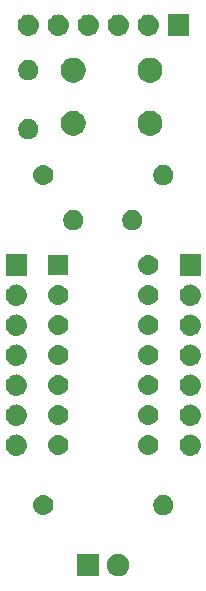
<source format=gbs>
G04 #@! TF.GenerationSoftware,KiCad,Pcbnew,5.0.2+dfsg1-1~bpo9+1*
G04 #@! TF.CreationDate,2019-06-18T09:36:45+01:00*
G04 #@! TF.ProjectId,t84opti,7438346f-7074-4692-9e6b-696361645f70,rev?*
G04 #@! TF.SameCoordinates,Original*
G04 #@! TF.FileFunction,Soldermask,Bot*
G04 #@! TF.FilePolarity,Negative*
%FSLAX46Y46*%
G04 Gerber Fmt 4.6, Leading zero omitted, Abs format (unit mm)*
G04 Created by KiCad (PCBNEW 5.0.2+dfsg1-1~bpo9+1) date Tue 18 Jun 2019 09:36:45 IST*
%MOMM*%
%LPD*%
G01*
G04 APERTURE LIST*
%ADD10C,0.100000*%
G04 APERTURE END LIST*
D10*
G36*
X141247396Y-77825546D02*
X141420466Y-77897234D01*
X141576230Y-78001312D01*
X141708688Y-78133770D01*
X141812766Y-78289534D01*
X141884454Y-78462604D01*
X141921000Y-78646333D01*
X141921000Y-78833667D01*
X141884454Y-79017396D01*
X141812766Y-79190466D01*
X141708688Y-79346230D01*
X141576230Y-79478688D01*
X141420466Y-79582766D01*
X141247396Y-79654454D01*
X141063667Y-79691000D01*
X140876333Y-79691000D01*
X140692604Y-79654454D01*
X140519534Y-79582766D01*
X140363770Y-79478688D01*
X140231312Y-79346230D01*
X140127234Y-79190466D01*
X140055546Y-79017396D01*
X140019000Y-78833667D01*
X140019000Y-78646333D01*
X140055546Y-78462604D01*
X140127234Y-78289534D01*
X140231312Y-78133770D01*
X140363770Y-78001312D01*
X140519534Y-77897234D01*
X140692604Y-77825546D01*
X140876333Y-77789000D01*
X141063667Y-77789000D01*
X141247396Y-77825546D01*
X141247396Y-77825546D01*
G37*
G36*
X139381000Y-79691000D02*
X137479000Y-79691000D01*
X137479000Y-77789000D01*
X139381000Y-77789000D01*
X139381000Y-79691000D01*
X139381000Y-79691000D01*
G37*
G36*
X145028228Y-72841703D02*
X145183100Y-72905853D01*
X145322481Y-72998985D01*
X145441015Y-73117519D01*
X145534147Y-73256900D01*
X145598297Y-73411772D01*
X145631000Y-73576184D01*
X145631000Y-73743816D01*
X145598297Y-73908228D01*
X145534147Y-74063100D01*
X145441015Y-74202481D01*
X145322481Y-74321015D01*
X145183100Y-74414147D01*
X145028228Y-74478297D01*
X144863816Y-74511000D01*
X144696184Y-74511000D01*
X144531772Y-74478297D01*
X144376900Y-74414147D01*
X144237519Y-74321015D01*
X144118985Y-74202481D01*
X144025853Y-74063100D01*
X143961703Y-73908228D01*
X143929000Y-73743816D01*
X143929000Y-73576184D01*
X143961703Y-73411772D01*
X144025853Y-73256900D01*
X144118985Y-73117519D01*
X144237519Y-72998985D01*
X144376900Y-72905853D01*
X144531772Y-72841703D01*
X144696184Y-72809000D01*
X144863816Y-72809000D01*
X145028228Y-72841703D01*
X145028228Y-72841703D01*
G37*
G36*
X134786821Y-72821313D02*
X134786824Y-72821314D01*
X134786825Y-72821314D01*
X134947239Y-72869975D01*
X134947241Y-72869976D01*
X134947244Y-72869977D01*
X135095078Y-72948995D01*
X135224659Y-73055341D01*
X135331005Y-73184922D01*
X135410023Y-73332756D01*
X135410024Y-73332759D01*
X135410025Y-73332761D01*
X135458686Y-73493175D01*
X135458687Y-73493179D01*
X135475117Y-73660000D01*
X135458687Y-73826821D01*
X135458686Y-73826824D01*
X135458686Y-73826825D01*
X135433993Y-73908228D01*
X135410023Y-73987244D01*
X135331005Y-74135078D01*
X135224659Y-74264659D01*
X135095078Y-74371005D01*
X134947244Y-74450023D01*
X134947241Y-74450024D01*
X134947239Y-74450025D01*
X134786825Y-74498686D01*
X134786824Y-74498686D01*
X134786821Y-74498687D01*
X134661804Y-74511000D01*
X134578196Y-74511000D01*
X134453179Y-74498687D01*
X134453176Y-74498686D01*
X134453175Y-74498686D01*
X134292761Y-74450025D01*
X134292759Y-74450024D01*
X134292756Y-74450023D01*
X134144922Y-74371005D01*
X134015341Y-74264659D01*
X133908995Y-74135078D01*
X133829977Y-73987244D01*
X133806008Y-73908228D01*
X133781314Y-73826825D01*
X133781314Y-73826824D01*
X133781313Y-73826821D01*
X133764883Y-73660000D01*
X133781313Y-73493179D01*
X133781314Y-73493175D01*
X133829975Y-73332761D01*
X133829976Y-73332759D01*
X133829977Y-73332756D01*
X133908995Y-73184922D01*
X134015341Y-73055341D01*
X134144922Y-72948995D01*
X134292756Y-72869977D01*
X134292759Y-72869976D01*
X134292761Y-72869975D01*
X134453175Y-72821314D01*
X134453176Y-72821314D01*
X134453179Y-72821313D01*
X134578196Y-72809000D01*
X134661804Y-72809000D01*
X134786821Y-72821313D01*
X134786821Y-72821313D01*
G37*
G36*
X132444443Y-67685519D02*
X132510627Y-67692037D01*
X132623853Y-67726384D01*
X132680467Y-67743557D01*
X132767311Y-67789977D01*
X132836991Y-67827222D01*
X132872729Y-67856552D01*
X132974186Y-67939814D01*
X133057448Y-68041271D01*
X133086778Y-68077009D01*
X133086779Y-68077011D01*
X133170443Y-68233533D01*
X133187616Y-68290147D01*
X133221963Y-68403373D01*
X133239359Y-68580000D01*
X133221963Y-68756627D01*
X133187616Y-68869853D01*
X133170443Y-68926467D01*
X133101698Y-69055078D01*
X133086778Y-69082991D01*
X133057448Y-69118729D01*
X132974186Y-69220186D01*
X132872729Y-69303448D01*
X132836991Y-69332778D01*
X132836989Y-69332779D01*
X132680467Y-69416443D01*
X132673069Y-69418687D01*
X132510627Y-69467963D01*
X132444442Y-69474482D01*
X132378260Y-69481000D01*
X132289740Y-69481000D01*
X132223558Y-69474482D01*
X132157373Y-69467963D01*
X131994931Y-69418687D01*
X131987533Y-69416443D01*
X131831011Y-69332779D01*
X131831009Y-69332778D01*
X131795271Y-69303448D01*
X131693814Y-69220186D01*
X131610552Y-69118729D01*
X131581222Y-69082991D01*
X131566302Y-69055078D01*
X131497557Y-68926467D01*
X131480384Y-68869853D01*
X131446037Y-68756627D01*
X131428641Y-68580000D01*
X131446037Y-68403373D01*
X131480384Y-68290147D01*
X131497557Y-68233533D01*
X131581221Y-68077011D01*
X131581222Y-68077009D01*
X131610552Y-68041271D01*
X131693814Y-67939814D01*
X131795271Y-67856552D01*
X131831009Y-67827222D01*
X131900689Y-67789977D01*
X131987533Y-67743557D01*
X132044147Y-67726384D01*
X132157373Y-67692037D01*
X132223557Y-67685519D01*
X132289740Y-67679000D01*
X132378260Y-67679000D01*
X132444443Y-67685519D01*
X132444443Y-67685519D01*
G37*
G36*
X147176443Y-67685519D02*
X147242627Y-67692037D01*
X147355853Y-67726384D01*
X147412467Y-67743557D01*
X147499311Y-67789977D01*
X147568991Y-67827222D01*
X147604729Y-67856552D01*
X147706186Y-67939814D01*
X147789448Y-68041271D01*
X147818778Y-68077009D01*
X147818779Y-68077011D01*
X147902443Y-68233533D01*
X147919616Y-68290147D01*
X147953963Y-68403373D01*
X147971359Y-68580000D01*
X147953963Y-68756627D01*
X147919616Y-68869853D01*
X147902443Y-68926467D01*
X147833698Y-69055078D01*
X147818778Y-69082991D01*
X147789448Y-69118729D01*
X147706186Y-69220186D01*
X147604729Y-69303448D01*
X147568991Y-69332778D01*
X147568989Y-69332779D01*
X147412467Y-69416443D01*
X147405069Y-69418687D01*
X147242627Y-69467963D01*
X147176442Y-69474482D01*
X147110260Y-69481000D01*
X147021740Y-69481000D01*
X146955558Y-69474482D01*
X146889373Y-69467963D01*
X146726931Y-69418687D01*
X146719533Y-69416443D01*
X146563011Y-69332779D01*
X146563009Y-69332778D01*
X146527271Y-69303448D01*
X146425814Y-69220186D01*
X146342552Y-69118729D01*
X146313222Y-69082991D01*
X146298302Y-69055078D01*
X146229557Y-68926467D01*
X146212384Y-68869853D01*
X146178037Y-68756627D01*
X146160641Y-68580000D01*
X146178037Y-68403373D01*
X146212384Y-68290147D01*
X146229557Y-68233533D01*
X146313221Y-68077011D01*
X146313222Y-68077009D01*
X146342552Y-68041271D01*
X146425814Y-67939814D01*
X146527271Y-67856552D01*
X146563009Y-67827222D01*
X146632689Y-67789977D01*
X146719533Y-67743557D01*
X146776147Y-67726384D01*
X146889373Y-67692037D01*
X146955557Y-67685519D01*
X147021740Y-67679000D01*
X147110260Y-67679000D01*
X147176443Y-67685519D01*
X147176443Y-67685519D01*
G37*
G36*
X136056821Y-67741313D02*
X136056824Y-67741314D01*
X136056825Y-67741314D01*
X136217239Y-67789975D01*
X136217241Y-67789976D01*
X136217244Y-67789977D01*
X136365078Y-67868995D01*
X136494659Y-67975341D01*
X136601005Y-68104922D01*
X136680023Y-68252756D01*
X136680024Y-68252759D01*
X136680025Y-68252761D01*
X136725713Y-68403375D01*
X136728687Y-68413179D01*
X136745117Y-68580000D01*
X136728687Y-68746821D01*
X136728686Y-68746824D01*
X136728686Y-68746825D01*
X136725713Y-68756627D01*
X136680023Y-68907244D01*
X136601005Y-69055078D01*
X136494659Y-69184659D01*
X136365078Y-69291005D01*
X136217244Y-69370023D01*
X136217241Y-69370024D01*
X136217239Y-69370025D01*
X136056825Y-69418686D01*
X136056824Y-69418686D01*
X136056821Y-69418687D01*
X135931804Y-69431000D01*
X135848196Y-69431000D01*
X135723179Y-69418687D01*
X135723176Y-69418686D01*
X135723175Y-69418686D01*
X135562761Y-69370025D01*
X135562759Y-69370024D01*
X135562756Y-69370023D01*
X135414922Y-69291005D01*
X135285341Y-69184659D01*
X135178995Y-69055078D01*
X135099977Y-68907244D01*
X135054288Y-68756627D01*
X135051314Y-68746825D01*
X135051314Y-68746824D01*
X135051313Y-68746821D01*
X135034883Y-68580000D01*
X135051313Y-68413179D01*
X135054287Y-68403375D01*
X135099975Y-68252761D01*
X135099976Y-68252759D01*
X135099977Y-68252756D01*
X135178995Y-68104922D01*
X135285341Y-67975341D01*
X135414922Y-67868995D01*
X135562756Y-67789977D01*
X135562759Y-67789976D01*
X135562761Y-67789975D01*
X135723175Y-67741314D01*
X135723176Y-67741314D01*
X135723179Y-67741313D01*
X135848196Y-67729000D01*
X135931804Y-67729000D01*
X136056821Y-67741313D01*
X136056821Y-67741313D01*
G37*
G36*
X143676821Y-67741313D02*
X143676824Y-67741314D01*
X143676825Y-67741314D01*
X143837239Y-67789975D01*
X143837241Y-67789976D01*
X143837244Y-67789977D01*
X143985078Y-67868995D01*
X144114659Y-67975341D01*
X144221005Y-68104922D01*
X144300023Y-68252756D01*
X144300024Y-68252759D01*
X144300025Y-68252761D01*
X144345713Y-68403375D01*
X144348687Y-68413179D01*
X144365117Y-68580000D01*
X144348687Y-68746821D01*
X144348686Y-68746824D01*
X144348686Y-68746825D01*
X144345713Y-68756627D01*
X144300023Y-68907244D01*
X144221005Y-69055078D01*
X144114659Y-69184659D01*
X143985078Y-69291005D01*
X143837244Y-69370023D01*
X143837241Y-69370024D01*
X143837239Y-69370025D01*
X143676825Y-69418686D01*
X143676824Y-69418686D01*
X143676821Y-69418687D01*
X143551804Y-69431000D01*
X143468196Y-69431000D01*
X143343179Y-69418687D01*
X143343176Y-69418686D01*
X143343175Y-69418686D01*
X143182761Y-69370025D01*
X143182759Y-69370024D01*
X143182756Y-69370023D01*
X143034922Y-69291005D01*
X142905341Y-69184659D01*
X142798995Y-69055078D01*
X142719977Y-68907244D01*
X142674288Y-68756627D01*
X142671314Y-68746825D01*
X142671314Y-68746824D01*
X142671313Y-68746821D01*
X142654883Y-68580000D01*
X142671313Y-68413179D01*
X142674287Y-68403375D01*
X142719975Y-68252761D01*
X142719976Y-68252759D01*
X142719977Y-68252756D01*
X142798995Y-68104922D01*
X142905341Y-67975341D01*
X143034922Y-67868995D01*
X143182756Y-67789977D01*
X143182759Y-67789976D01*
X143182761Y-67789975D01*
X143343175Y-67741314D01*
X143343176Y-67741314D01*
X143343179Y-67741313D01*
X143468196Y-67729000D01*
X143551804Y-67729000D01*
X143676821Y-67741313D01*
X143676821Y-67741313D01*
G37*
G36*
X147176442Y-65145518D02*
X147242627Y-65152037D01*
X147355853Y-65186384D01*
X147412467Y-65203557D01*
X147499311Y-65249977D01*
X147568991Y-65287222D01*
X147604729Y-65316552D01*
X147706186Y-65399814D01*
X147789448Y-65501271D01*
X147818778Y-65537009D01*
X147818779Y-65537011D01*
X147902443Y-65693533D01*
X147919616Y-65750147D01*
X147953963Y-65863373D01*
X147971359Y-66040000D01*
X147953963Y-66216627D01*
X147919616Y-66329853D01*
X147902443Y-66386467D01*
X147833698Y-66515078D01*
X147818778Y-66542991D01*
X147789448Y-66578729D01*
X147706186Y-66680186D01*
X147604729Y-66763448D01*
X147568991Y-66792778D01*
X147568989Y-66792779D01*
X147412467Y-66876443D01*
X147405069Y-66878687D01*
X147242627Y-66927963D01*
X147176442Y-66934482D01*
X147110260Y-66941000D01*
X147021740Y-66941000D01*
X146955558Y-66934482D01*
X146889373Y-66927963D01*
X146726931Y-66878687D01*
X146719533Y-66876443D01*
X146563011Y-66792779D01*
X146563009Y-66792778D01*
X146527271Y-66763448D01*
X146425814Y-66680186D01*
X146342552Y-66578729D01*
X146313222Y-66542991D01*
X146298302Y-66515078D01*
X146229557Y-66386467D01*
X146212384Y-66329853D01*
X146178037Y-66216627D01*
X146160641Y-66040000D01*
X146178037Y-65863373D01*
X146212384Y-65750147D01*
X146229557Y-65693533D01*
X146313221Y-65537011D01*
X146313222Y-65537009D01*
X146342552Y-65501271D01*
X146425814Y-65399814D01*
X146527271Y-65316552D01*
X146563009Y-65287222D01*
X146632689Y-65249977D01*
X146719533Y-65203557D01*
X146776147Y-65186384D01*
X146889373Y-65152037D01*
X146955558Y-65145518D01*
X147021740Y-65139000D01*
X147110260Y-65139000D01*
X147176442Y-65145518D01*
X147176442Y-65145518D01*
G37*
G36*
X132444442Y-65145518D02*
X132510627Y-65152037D01*
X132623853Y-65186384D01*
X132680467Y-65203557D01*
X132767311Y-65249977D01*
X132836991Y-65287222D01*
X132872729Y-65316552D01*
X132974186Y-65399814D01*
X133057448Y-65501271D01*
X133086778Y-65537009D01*
X133086779Y-65537011D01*
X133170443Y-65693533D01*
X133187616Y-65750147D01*
X133221963Y-65863373D01*
X133239359Y-66040000D01*
X133221963Y-66216627D01*
X133187616Y-66329853D01*
X133170443Y-66386467D01*
X133101698Y-66515078D01*
X133086778Y-66542991D01*
X133057448Y-66578729D01*
X132974186Y-66680186D01*
X132872729Y-66763448D01*
X132836991Y-66792778D01*
X132836989Y-66792779D01*
X132680467Y-66876443D01*
X132673069Y-66878687D01*
X132510627Y-66927963D01*
X132444442Y-66934482D01*
X132378260Y-66941000D01*
X132289740Y-66941000D01*
X132223558Y-66934482D01*
X132157373Y-66927963D01*
X131994931Y-66878687D01*
X131987533Y-66876443D01*
X131831011Y-66792779D01*
X131831009Y-66792778D01*
X131795271Y-66763448D01*
X131693814Y-66680186D01*
X131610552Y-66578729D01*
X131581222Y-66542991D01*
X131566302Y-66515078D01*
X131497557Y-66386467D01*
X131480384Y-66329853D01*
X131446037Y-66216627D01*
X131428641Y-66040000D01*
X131446037Y-65863373D01*
X131480384Y-65750147D01*
X131497557Y-65693533D01*
X131581221Y-65537011D01*
X131581222Y-65537009D01*
X131610552Y-65501271D01*
X131693814Y-65399814D01*
X131795271Y-65316552D01*
X131831009Y-65287222D01*
X131900689Y-65249977D01*
X131987533Y-65203557D01*
X132044147Y-65186384D01*
X132157373Y-65152037D01*
X132223558Y-65145518D01*
X132289740Y-65139000D01*
X132378260Y-65139000D01*
X132444442Y-65145518D01*
X132444442Y-65145518D01*
G37*
G36*
X136056821Y-65201313D02*
X136056824Y-65201314D01*
X136056825Y-65201314D01*
X136217239Y-65249975D01*
X136217241Y-65249976D01*
X136217244Y-65249977D01*
X136365078Y-65328995D01*
X136494659Y-65435341D01*
X136601005Y-65564922D01*
X136680023Y-65712756D01*
X136680024Y-65712759D01*
X136680025Y-65712761D01*
X136725713Y-65863375D01*
X136728687Y-65873179D01*
X136745117Y-66040000D01*
X136728687Y-66206821D01*
X136728686Y-66206824D01*
X136728686Y-66206825D01*
X136725713Y-66216627D01*
X136680023Y-66367244D01*
X136601005Y-66515078D01*
X136494659Y-66644659D01*
X136365078Y-66751005D01*
X136217244Y-66830023D01*
X136217241Y-66830024D01*
X136217239Y-66830025D01*
X136056825Y-66878686D01*
X136056824Y-66878686D01*
X136056821Y-66878687D01*
X135931804Y-66891000D01*
X135848196Y-66891000D01*
X135723179Y-66878687D01*
X135723176Y-66878686D01*
X135723175Y-66878686D01*
X135562761Y-66830025D01*
X135562759Y-66830024D01*
X135562756Y-66830023D01*
X135414922Y-66751005D01*
X135285341Y-66644659D01*
X135178995Y-66515078D01*
X135099977Y-66367244D01*
X135054288Y-66216627D01*
X135051314Y-66206825D01*
X135051314Y-66206824D01*
X135051313Y-66206821D01*
X135034883Y-66040000D01*
X135051313Y-65873179D01*
X135054287Y-65863375D01*
X135099975Y-65712761D01*
X135099976Y-65712759D01*
X135099977Y-65712756D01*
X135178995Y-65564922D01*
X135285341Y-65435341D01*
X135414922Y-65328995D01*
X135562756Y-65249977D01*
X135562759Y-65249976D01*
X135562761Y-65249975D01*
X135723175Y-65201314D01*
X135723176Y-65201314D01*
X135723179Y-65201313D01*
X135848196Y-65189000D01*
X135931804Y-65189000D01*
X136056821Y-65201313D01*
X136056821Y-65201313D01*
G37*
G36*
X143676821Y-65201313D02*
X143676824Y-65201314D01*
X143676825Y-65201314D01*
X143837239Y-65249975D01*
X143837241Y-65249976D01*
X143837244Y-65249977D01*
X143985078Y-65328995D01*
X144114659Y-65435341D01*
X144221005Y-65564922D01*
X144300023Y-65712756D01*
X144300024Y-65712759D01*
X144300025Y-65712761D01*
X144345713Y-65863375D01*
X144348687Y-65873179D01*
X144365117Y-66040000D01*
X144348687Y-66206821D01*
X144348686Y-66206824D01*
X144348686Y-66206825D01*
X144345713Y-66216627D01*
X144300023Y-66367244D01*
X144221005Y-66515078D01*
X144114659Y-66644659D01*
X143985078Y-66751005D01*
X143837244Y-66830023D01*
X143837241Y-66830024D01*
X143837239Y-66830025D01*
X143676825Y-66878686D01*
X143676824Y-66878686D01*
X143676821Y-66878687D01*
X143551804Y-66891000D01*
X143468196Y-66891000D01*
X143343179Y-66878687D01*
X143343176Y-66878686D01*
X143343175Y-66878686D01*
X143182761Y-66830025D01*
X143182759Y-66830024D01*
X143182756Y-66830023D01*
X143034922Y-66751005D01*
X142905341Y-66644659D01*
X142798995Y-66515078D01*
X142719977Y-66367244D01*
X142674288Y-66216627D01*
X142671314Y-66206825D01*
X142671314Y-66206824D01*
X142671313Y-66206821D01*
X142654883Y-66040000D01*
X142671313Y-65873179D01*
X142674287Y-65863375D01*
X142719975Y-65712761D01*
X142719976Y-65712759D01*
X142719977Y-65712756D01*
X142798995Y-65564922D01*
X142905341Y-65435341D01*
X143034922Y-65328995D01*
X143182756Y-65249977D01*
X143182759Y-65249976D01*
X143182761Y-65249975D01*
X143343175Y-65201314D01*
X143343176Y-65201314D01*
X143343179Y-65201313D01*
X143468196Y-65189000D01*
X143551804Y-65189000D01*
X143676821Y-65201313D01*
X143676821Y-65201313D01*
G37*
G36*
X147176442Y-62605518D02*
X147242627Y-62612037D01*
X147355853Y-62646384D01*
X147412467Y-62663557D01*
X147499311Y-62709977D01*
X147568991Y-62747222D01*
X147604729Y-62776552D01*
X147706186Y-62859814D01*
X147789448Y-62961271D01*
X147818778Y-62997009D01*
X147818779Y-62997011D01*
X147902443Y-63153533D01*
X147919616Y-63210147D01*
X147953963Y-63323373D01*
X147971359Y-63500000D01*
X147953963Y-63676627D01*
X147919616Y-63789853D01*
X147902443Y-63846467D01*
X147833698Y-63975078D01*
X147818778Y-64002991D01*
X147789448Y-64038729D01*
X147706186Y-64140186D01*
X147604729Y-64223448D01*
X147568991Y-64252778D01*
X147568989Y-64252779D01*
X147412467Y-64336443D01*
X147405069Y-64338687D01*
X147242627Y-64387963D01*
X147176442Y-64394482D01*
X147110260Y-64401000D01*
X147021740Y-64401000D01*
X146955558Y-64394482D01*
X146889373Y-64387963D01*
X146726931Y-64338687D01*
X146719533Y-64336443D01*
X146563011Y-64252779D01*
X146563009Y-64252778D01*
X146527271Y-64223448D01*
X146425814Y-64140186D01*
X146342552Y-64038729D01*
X146313222Y-64002991D01*
X146298302Y-63975078D01*
X146229557Y-63846467D01*
X146212384Y-63789853D01*
X146178037Y-63676627D01*
X146160641Y-63500000D01*
X146178037Y-63323373D01*
X146212384Y-63210147D01*
X146229557Y-63153533D01*
X146313221Y-62997011D01*
X146313222Y-62997009D01*
X146342552Y-62961271D01*
X146425814Y-62859814D01*
X146527271Y-62776552D01*
X146563009Y-62747222D01*
X146632689Y-62709977D01*
X146719533Y-62663557D01*
X146776147Y-62646384D01*
X146889373Y-62612037D01*
X146955558Y-62605518D01*
X147021740Y-62599000D01*
X147110260Y-62599000D01*
X147176442Y-62605518D01*
X147176442Y-62605518D01*
G37*
G36*
X132444442Y-62605518D02*
X132510627Y-62612037D01*
X132623853Y-62646384D01*
X132680467Y-62663557D01*
X132767311Y-62709977D01*
X132836991Y-62747222D01*
X132872729Y-62776552D01*
X132974186Y-62859814D01*
X133057448Y-62961271D01*
X133086778Y-62997009D01*
X133086779Y-62997011D01*
X133170443Y-63153533D01*
X133187616Y-63210147D01*
X133221963Y-63323373D01*
X133239359Y-63500000D01*
X133221963Y-63676627D01*
X133187616Y-63789853D01*
X133170443Y-63846467D01*
X133101698Y-63975078D01*
X133086778Y-64002991D01*
X133057448Y-64038729D01*
X132974186Y-64140186D01*
X132872729Y-64223448D01*
X132836991Y-64252778D01*
X132836989Y-64252779D01*
X132680467Y-64336443D01*
X132673069Y-64338687D01*
X132510627Y-64387963D01*
X132444442Y-64394482D01*
X132378260Y-64401000D01*
X132289740Y-64401000D01*
X132223558Y-64394482D01*
X132157373Y-64387963D01*
X131994931Y-64338687D01*
X131987533Y-64336443D01*
X131831011Y-64252779D01*
X131831009Y-64252778D01*
X131795271Y-64223448D01*
X131693814Y-64140186D01*
X131610552Y-64038729D01*
X131581222Y-64002991D01*
X131566302Y-63975078D01*
X131497557Y-63846467D01*
X131480384Y-63789853D01*
X131446037Y-63676627D01*
X131428641Y-63500000D01*
X131446037Y-63323373D01*
X131480384Y-63210147D01*
X131497557Y-63153533D01*
X131581221Y-62997011D01*
X131581222Y-62997009D01*
X131610552Y-62961271D01*
X131693814Y-62859814D01*
X131795271Y-62776552D01*
X131831009Y-62747222D01*
X131900689Y-62709977D01*
X131987533Y-62663557D01*
X132044147Y-62646384D01*
X132157373Y-62612037D01*
X132223558Y-62605518D01*
X132289740Y-62599000D01*
X132378260Y-62599000D01*
X132444442Y-62605518D01*
X132444442Y-62605518D01*
G37*
G36*
X143676821Y-62661313D02*
X143676824Y-62661314D01*
X143676825Y-62661314D01*
X143837239Y-62709975D01*
X143837241Y-62709976D01*
X143837244Y-62709977D01*
X143985078Y-62788995D01*
X144114659Y-62895341D01*
X144221005Y-63024922D01*
X144300023Y-63172756D01*
X144300024Y-63172759D01*
X144300025Y-63172761D01*
X144345713Y-63323375D01*
X144348687Y-63333179D01*
X144365117Y-63500000D01*
X144348687Y-63666821D01*
X144348686Y-63666824D01*
X144348686Y-63666825D01*
X144345713Y-63676627D01*
X144300023Y-63827244D01*
X144221005Y-63975078D01*
X144114659Y-64104659D01*
X143985078Y-64211005D01*
X143837244Y-64290023D01*
X143837241Y-64290024D01*
X143837239Y-64290025D01*
X143676825Y-64338686D01*
X143676824Y-64338686D01*
X143676821Y-64338687D01*
X143551804Y-64351000D01*
X143468196Y-64351000D01*
X143343179Y-64338687D01*
X143343176Y-64338686D01*
X143343175Y-64338686D01*
X143182761Y-64290025D01*
X143182759Y-64290024D01*
X143182756Y-64290023D01*
X143034922Y-64211005D01*
X142905341Y-64104659D01*
X142798995Y-63975078D01*
X142719977Y-63827244D01*
X142674288Y-63676627D01*
X142671314Y-63666825D01*
X142671314Y-63666824D01*
X142671313Y-63666821D01*
X142654883Y-63500000D01*
X142671313Y-63333179D01*
X142674287Y-63323375D01*
X142719975Y-63172761D01*
X142719976Y-63172759D01*
X142719977Y-63172756D01*
X142798995Y-63024922D01*
X142905341Y-62895341D01*
X143034922Y-62788995D01*
X143182756Y-62709977D01*
X143182759Y-62709976D01*
X143182761Y-62709975D01*
X143343175Y-62661314D01*
X143343176Y-62661314D01*
X143343179Y-62661313D01*
X143468196Y-62649000D01*
X143551804Y-62649000D01*
X143676821Y-62661313D01*
X143676821Y-62661313D01*
G37*
G36*
X136056821Y-62661313D02*
X136056824Y-62661314D01*
X136056825Y-62661314D01*
X136217239Y-62709975D01*
X136217241Y-62709976D01*
X136217244Y-62709977D01*
X136365078Y-62788995D01*
X136494659Y-62895341D01*
X136601005Y-63024922D01*
X136680023Y-63172756D01*
X136680024Y-63172759D01*
X136680025Y-63172761D01*
X136725713Y-63323375D01*
X136728687Y-63333179D01*
X136745117Y-63500000D01*
X136728687Y-63666821D01*
X136728686Y-63666824D01*
X136728686Y-63666825D01*
X136725713Y-63676627D01*
X136680023Y-63827244D01*
X136601005Y-63975078D01*
X136494659Y-64104659D01*
X136365078Y-64211005D01*
X136217244Y-64290023D01*
X136217241Y-64290024D01*
X136217239Y-64290025D01*
X136056825Y-64338686D01*
X136056824Y-64338686D01*
X136056821Y-64338687D01*
X135931804Y-64351000D01*
X135848196Y-64351000D01*
X135723179Y-64338687D01*
X135723176Y-64338686D01*
X135723175Y-64338686D01*
X135562761Y-64290025D01*
X135562759Y-64290024D01*
X135562756Y-64290023D01*
X135414922Y-64211005D01*
X135285341Y-64104659D01*
X135178995Y-63975078D01*
X135099977Y-63827244D01*
X135054288Y-63676627D01*
X135051314Y-63666825D01*
X135051314Y-63666824D01*
X135051313Y-63666821D01*
X135034883Y-63500000D01*
X135051313Y-63333179D01*
X135054287Y-63323375D01*
X135099975Y-63172761D01*
X135099976Y-63172759D01*
X135099977Y-63172756D01*
X135178995Y-63024922D01*
X135285341Y-62895341D01*
X135414922Y-62788995D01*
X135562756Y-62709977D01*
X135562759Y-62709976D01*
X135562761Y-62709975D01*
X135723175Y-62661314D01*
X135723176Y-62661314D01*
X135723179Y-62661313D01*
X135848196Y-62649000D01*
X135931804Y-62649000D01*
X136056821Y-62661313D01*
X136056821Y-62661313D01*
G37*
G36*
X147176442Y-60065518D02*
X147242627Y-60072037D01*
X147355853Y-60106384D01*
X147412467Y-60123557D01*
X147499311Y-60169977D01*
X147568991Y-60207222D01*
X147604729Y-60236552D01*
X147706186Y-60319814D01*
X147789448Y-60421271D01*
X147818778Y-60457009D01*
X147818779Y-60457011D01*
X147902443Y-60613533D01*
X147919616Y-60670147D01*
X147953963Y-60783373D01*
X147971359Y-60960000D01*
X147953963Y-61136627D01*
X147919616Y-61249853D01*
X147902443Y-61306467D01*
X147833698Y-61435078D01*
X147818778Y-61462991D01*
X147789448Y-61498729D01*
X147706186Y-61600186D01*
X147604729Y-61683448D01*
X147568991Y-61712778D01*
X147568989Y-61712779D01*
X147412467Y-61796443D01*
X147405069Y-61798687D01*
X147242627Y-61847963D01*
X147176443Y-61854481D01*
X147110260Y-61861000D01*
X147021740Y-61861000D01*
X146955557Y-61854481D01*
X146889373Y-61847963D01*
X146726931Y-61798687D01*
X146719533Y-61796443D01*
X146563011Y-61712779D01*
X146563009Y-61712778D01*
X146527271Y-61683448D01*
X146425814Y-61600186D01*
X146342552Y-61498729D01*
X146313222Y-61462991D01*
X146298302Y-61435078D01*
X146229557Y-61306467D01*
X146212384Y-61249853D01*
X146178037Y-61136627D01*
X146160641Y-60960000D01*
X146178037Y-60783373D01*
X146212384Y-60670147D01*
X146229557Y-60613533D01*
X146313221Y-60457011D01*
X146313222Y-60457009D01*
X146342552Y-60421271D01*
X146425814Y-60319814D01*
X146527271Y-60236552D01*
X146563009Y-60207222D01*
X146632689Y-60169977D01*
X146719533Y-60123557D01*
X146776147Y-60106384D01*
X146889373Y-60072037D01*
X146955558Y-60065518D01*
X147021740Y-60059000D01*
X147110260Y-60059000D01*
X147176442Y-60065518D01*
X147176442Y-60065518D01*
G37*
G36*
X132444442Y-60065518D02*
X132510627Y-60072037D01*
X132623853Y-60106384D01*
X132680467Y-60123557D01*
X132767311Y-60169977D01*
X132836991Y-60207222D01*
X132872729Y-60236552D01*
X132974186Y-60319814D01*
X133057448Y-60421271D01*
X133086778Y-60457009D01*
X133086779Y-60457011D01*
X133170443Y-60613533D01*
X133187616Y-60670147D01*
X133221963Y-60783373D01*
X133239359Y-60960000D01*
X133221963Y-61136627D01*
X133187616Y-61249853D01*
X133170443Y-61306467D01*
X133101698Y-61435078D01*
X133086778Y-61462991D01*
X133057448Y-61498729D01*
X132974186Y-61600186D01*
X132872729Y-61683448D01*
X132836991Y-61712778D01*
X132836989Y-61712779D01*
X132680467Y-61796443D01*
X132673069Y-61798687D01*
X132510627Y-61847963D01*
X132444443Y-61854481D01*
X132378260Y-61861000D01*
X132289740Y-61861000D01*
X132223557Y-61854481D01*
X132157373Y-61847963D01*
X131994931Y-61798687D01*
X131987533Y-61796443D01*
X131831011Y-61712779D01*
X131831009Y-61712778D01*
X131795271Y-61683448D01*
X131693814Y-61600186D01*
X131610552Y-61498729D01*
X131581222Y-61462991D01*
X131566302Y-61435078D01*
X131497557Y-61306467D01*
X131480384Y-61249853D01*
X131446037Y-61136627D01*
X131428641Y-60960000D01*
X131446037Y-60783373D01*
X131480384Y-60670147D01*
X131497557Y-60613533D01*
X131581221Y-60457011D01*
X131581222Y-60457009D01*
X131610552Y-60421271D01*
X131693814Y-60319814D01*
X131795271Y-60236552D01*
X131831009Y-60207222D01*
X131900689Y-60169977D01*
X131987533Y-60123557D01*
X132044147Y-60106384D01*
X132157373Y-60072037D01*
X132223558Y-60065518D01*
X132289740Y-60059000D01*
X132378260Y-60059000D01*
X132444442Y-60065518D01*
X132444442Y-60065518D01*
G37*
G36*
X143676821Y-60121313D02*
X143676824Y-60121314D01*
X143676825Y-60121314D01*
X143837239Y-60169975D01*
X143837241Y-60169976D01*
X143837244Y-60169977D01*
X143985078Y-60248995D01*
X144114659Y-60355341D01*
X144221005Y-60484922D01*
X144300023Y-60632756D01*
X144300024Y-60632759D01*
X144300025Y-60632761D01*
X144345713Y-60783375D01*
X144348687Y-60793179D01*
X144365117Y-60960000D01*
X144348687Y-61126821D01*
X144348686Y-61126824D01*
X144348686Y-61126825D01*
X144345713Y-61136627D01*
X144300023Y-61287244D01*
X144221005Y-61435078D01*
X144114659Y-61564659D01*
X143985078Y-61671005D01*
X143837244Y-61750023D01*
X143837241Y-61750024D01*
X143837239Y-61750025D01*
X143676825Y-61798686D01*
X143676824Y-61798686D01*
X143676821Y-61798687D01*
X143551804Y-61811000D01*
X143468196Y-61811000D01*
X143343179Y-61798687D01*
X143343176Y-61798686D01*
X143343175Y-61798686D01*
X143182761Y-61750025D01*
X143182759Y-61750024D01*
X143182756Y-61750023D01*
X143034922Y-61671005D01*
X142905341Y-61564659D01*
X142798995Y-61435078D01*
X142719977Y-61287244D01*
X142674288Y-61136627D01*
X142671314Y-61126825D01*
X142671314Y-61126824D01*
X142671313Y-61126821D01*
X142654883Y-60960000D01*
X142671313Y-60793179D01*
X142674287Y-60783375D01*
X142719975Y-60632761D01*
X142719976Y-60632759D01*
X142719977Y-60632756D01*
X142798995Y-60484922D01*
X142905341Y-60355341D01*
X143034922Y-60248995D01*
X143182756Y-60169977D01*
X143182759Y-60169976D01*
X143182761Y-60169975D01*
X143343175Y-60121314D01*
X143343176Y-60121314D01*
X143343179Y-60121313D01*
X143468196Y-60109000D01*
X143551804Y-60109000D01*
X143676821Y-60121313D01*
X143676821Y-60121313D01*
G37*
G36*
X136056821Y-60121313D02*
X136056824Y-60121314D01*
X136056825Y-60121314D01*
X136217239Y-60169975D01*
X136217241Y-60169976D01*
X136217244Y-60169977D01*
X136365078Y-60248995D01*
X136494659Y-60355341D01*
X136601005Y-60484922D01*
X136680023Y-60632756D01*
X136680024Y-60632759D01*
X136680025Y-60632761D01*
X136725713Y-60783375D01*
X136728687Y-60793179D01*
X136745117Y-60960000D01*
X136728687Y-61126821D01*
X136728686Y-61126824D01*
X136728686Y-61126825D01*
X136725713Y-61136627D01*
X136680023Y-61287244D01*
X136601005Y-61435078D01*
X136494659Y-61564659D01*
X136365078Y-61671005D01*
X136217244Y-61750023D01*
X136217241Y-61750024D01*
X136217239Y-61750025D01*
X136056825Y-61798686D01*
X136056824Y-61798686D01*
X136056821Y-61798687D01*
X135931804Y-61811000D01*
X135848196Y-61811000D01*
X135723179Y-61798687D01*
X135723176Y-61798686D01*
X135723175Y-61798686D01*
X135562761Y-61750025D01*
X135562759Y-61750024D01*
X135562756Y-61750023D01*
X135414922Y-61671005D01*
X135285341Y-61564659D01*
X135178995Y-61435078D01*
X135099977Y-61287244D01*
X135054288Y-61136627D01*
X135051314Y-61126825D01*
X135051314Y-61126824D01*
X135051313Y-61126821D01*
X135034883Y-60960000D01*
X135051313Y-60793179D01*
X135054287Y-60783375D01*
X135099975Y-60632761D01*
X135099976Y-60632759D01*
X135099977Y-60632756D01*
X135178995Y-60484922D01*
X135285341Y-60355341D01*
X135414922Y-60248995D01*
X135562756Y-60169977D01*
X135562759Y-60169976D01*
X135562761Y-60169975D01*
X135723175Y-60121314D01*
X135723176Y-60121314D01*
X135723179Y-60121313D01*
X135848196Y-60109000D01*
X135931804Y-60109000D01*
X136056821Y-60121313D01*
X136056821Y-60121313D01*
G37*
G36*
X147176443Y-57525519D02*
X147242627Y-57532037D01*
X147355853Y-57566384D01*
X147412467Y-57583557D01*
X147499311Y-57629977D01*
X147568991Y-57667222D01*
X147604729Y-57696552D01*
X147706186Y-57779814D01*
X147789448Y-57881271D01*
X147818778Y-57917009D01*
X147818779Y-57917011D01*
X147902443Y-58073533D01*
X147919616Y-58130147D01*
X147953963Y-58243373D01*
X147971359Y-58420000D01*
X147953963Y-58596627D01*
X147919616Y-58709853D01*
X147902443Y-58766467D01*
X147833698Y-58895078D01*
X147818778Y-58922991D01*
X147789448Y-58958729D01*
X147706186Y-59060186D01*
X147604729Y-59143448D01*
X147568991Y-59172778D01*
X147568989Y-59172779D01*
X147412467Y-59256443D01*
X147405069Y-59258687D01*
X147242627Y-59307963D01*
X147176442Y-59314482D01*
X147110260Y-59321000D01*
X147021740Y-59321000D01*
X146955558Y-59314482D01*
X146889373Y-59307963D01*
X146726931Y-59258687D01*
X146719533Y-59256443D01*
X146563011Y-59172779D01*
X146563009Y-59172778D01*
X146527271Y-59143448D01*
X146425814Y-59060186D01*
X146342552Y-58958729D01*
X146313222Y-58922991D01*
X146298302Y-58895078D01*
X146229557Y-58766467D01*
X146212384Y-58709853D01*
X146178037Y-58596627D01*
X146160641Y-58420000D01*
X146178037Y-58243373D01*
X146212384Y-58130147D01*
X146229557Y-58073533D01*
X146313221Y-57917011D01*
X146313222Y-57917009D01*
X146342552Y-57881271D01*
X146425814Y-57779814D01*
X146527271Y-57696552D01*
X146563009Y-57667222D01*
X146632689Y-57629977D01*
X146719533Y-57583557D01*
X146776147Y-57566384D01*
X146889373Y-57532037D01*
X146955557Y-57525519D01*
X147021740Y-57519000D01*
X147110260Y-57519000D01*
X147176443Y-57525519D01*
X147176443Y-57525519D01*
G37*
G36*
X132444443Y-57525519D02*
X132510627Y-57532037D01*
X132623853Y-57566384D01*
X132680467Y-57583557D01*
X132767311Y-57629977D01*
X132836991Y-57667222D01*
X132872729Y-57696552D01*
X132974186Y-57779814D01*
X133057448Y-57881271D01*
X133086778Y-57917009D01*
X133086779Y-57917011D01*
X133170443Y-58073533D01*
X133187616Y-58130147D01*
X133221963Y-58243373D01*
X133239359Y-58420000D01*
X133221963Y-58596627D01*
X133187616Y-58709853D01*
X133170443Y-58766467D01*
X133101698Y-58895078D01*
X133086778Y-58922991D01*
X133057448Y-58958729D01*
X132974186Y-59060186D01*
X132872729Y-59143448D01*
X132836991Y-59172778D01*
X132836989Y-59172779D01*
X132680467Y-59256443D01*
X132673069Y-59258687D01*
X132510627Y-59307963D01*
X132444442Y-59314482D01*
X132378260Y-59321000D01*
X132289740Y-59321000D01*
X132223558Y-59314482D01*
X132157373Y-59307963D01*
X131994931Y-59258687D01*
X131987533Y-59256443D01*
X131831011Y-59172779D01*
X131831009Y-59172778D01*
X131795271Y-59143448D01*
X131693814Y-59060186D01*
X131610552Y-58958729D01*
X131581222Y-58922991D01*
X131566302Y-58895078D01*
X131497557Y-58766467D01*
X131480384Y-58709853D01*
X131446037Y-58596627D01*
X131428641Y-58420000D01*
X131446037Y-58243373D01*
X131480384Y-58130147D01*
X131497557Y-58073533D01*
X131581221Y-57917011D01*
X131581222Y-57917009D01*
X131610552Y-57881271D01*
X131693814Y-57779814D01*
X131795271Y-57696552D01*
X131831009Y-57667222D01*
X131900689Y-57629977D01*
X131987533Y-57583557D01*
X132044147Y-57566384D01*
X132157373Y-57532037D01*
X132223557Y-57525519D01*
X132289740Y-57519000D01*
X132378260Y-57519000D01*
X132444443Y-57525519D01*
X132444443Y-57525519D01*
G37*
G36*
X143676821Y-57581313D02*
X143676824Y-57581314D01*
X143676825Y-57581314D01*
X143837239Y-57629975D01*
X143837241Y-57629976D01*
X143837244Y-57629977D01*
X143985078Y-57708995D01*
X144114659Y-57815341D01*
X144221005Y-57944922D01*
X144300023Y-58092756D01*
X144300024Y-58092759D01*
X144300025Y-58092761D01*
X144345713Y-58243375D01*
X144348687Y-58253179D01*
X144365117Y-58420000D01*
X144348687Y-58586821D01*
X144348686Y-58586824D01*
X144348686Y-58586825D01*
X144345713Y-58596627D01*
X144300023Y-58747244D01*
X144221005Y-58895078D01*
X144114659Y-59024659D01*
X143985078Y-59131005D01*
X143837244Y-59210023D01*
X143837241Y-59210024D01*
X143837239Y-59210025D01*
X143676825Y-59258686D01*
X143676824Y-59258686D01*
X143676821Y-59258687D01*
X143551804Y-59271000D01*
X143468196Y-59271000D01*
X143343179Y-59258687D01*
X143343176Y-59258686D01*
X143343175Y-59258686D01*
X143182761Y-59210025D01*
X143182759Y-59210024D01*
X143182756Y-59210023D01*
X143034922Y-59131005D01*
X142905341Y-59024659D01*
X142798995Y-58895078D01*
X142719977Y-58747244D01*
X142674288Y-58596627D01*
X142671314Y-58586825D01*
X142671314Y-58586824D01*
X142671313Y-58586821D01*
X142654883Y-58420000D01*
X142671313Y-58253179D01*
X142674287Y-58243375D01*
X142719975Y-58092761D01*
X142719976Y-58092759D01*
X142719977Y-58092756D01*
X142798995Y-57944922D01*
X142905341Y-57815341D01*
X143034922Y-57708995D01*
X143182756Y-57629977D01*
X143182759Y-57629976D01*
X143182761Y-57629975D01*
X143343175Y-57581314D01*
X143343176Y-57581314D01*
X143343179Y-57581313D01*
X143468196Y-57569000D01*
X143551804Y-57569000D01*
X143676821Y-57581313D01*
X143676821Y-57581313D01*
G37*
G36*
X136056821Y-57581313D02*
X136056824Y-57581314D01*
X136056825Y-57581314D01*
X136217239Y-57629975D01*
X136217241Y-57629976D01*
X136217244Y-57629977D01*
X136365078Y-57708995D01*
X136494659Y-57815341D01*
X136601005Y-57944922D01*
X136680023Y-58092756D01*
X136680024Y-58092759D01*
X136680025Y-58092761D01*
X136725713Y-58243375D01*
X136728687Y-58253179D01*
X136745117Y-58420000D01*
X136728687Y-58586821D01*
X136728686Y-58586824D01*
X136728686Y-58586825D01*
X136725713Y-58596627D01*
X136680023Y-58747244D01*
X136601005Y-58895078D01*
X136494659Y-59024659D01*
X136365078Y-59131005D01*
X136217244Y-59210023D01*
X136217241Y-59210024D01*
X136217239Y-59210025D01*
X136056825Y-59258686D01*
X136056824Y-59258686D01*
X136056821Y-59258687D01*
X135931804Y-59271000D01*
X135848196Y-59271000D01*
X135723179Y-59258687D01*
X135723176Y-59258686D01*
X135723175Y-59258686D01*
X135562761Y-59210025D01*
X135562759Y-59210024D01*
X135562756Y-59210023D01*
X135414922Y-59131005D01*
X135285341Y-59024659D01*
X135178995Y-58895078D01*
X135099977Y-58747244D01*
X135054288Y-58596627D01*
X135051314Y-58586825D01*
X135051314Y-58586824D01*
X135051313Y-58586821D01*
X135034883Y-58420000D01*
X135051313Y-58253179D01*
X135054287Y-58243375D01*
X135099975Y-58092761D01*
X135099976Y-58092759D01*
X135099977Y-58092756D01*
X135178995Y-57944922D01*
X135285341Y-57815341D01*
X135414922Y-57708995D01*
X135562756Y-57629977D01*
X135562759Y-57629976D01*
X135562761Y-57629975D01*
X135723175Y-57581314D01*
X135723176Y-57581314D01*
X135723179Y-57581313D01*
X135848196Y-57569000D01*
X135931804Y-57569000D01*
X136056821Y-57581313D01*
X136056821Y-57581313D01*
G37*
G36*
X147176443Y-54985519D02*
X147242627Y-54992037D01*
X147355853Y-55026384D01*
X147412467Y-55043557D01*
X147499311Y-55089977D01*
X147568991Y-55127222D01*
X147604729Y-55156552D01*
X147706186Y-55239814D01*
X147789448Y-55341271D01*
X147818778Y-55377009D01*
X147818779Y-55377011D01*
X147902443Y-55533533D01*
X147919616Y-55590147D01*
X147953963Y-55703373D01*
X147971359Y-55880000D01*
X147953963Y-56056627D01*
X147919616Y-56169853D01*
X147902443Y-56226467D01*
X147833698Y-56355078D01*
X147818778Y-56382991D01*
X147789448Y-56418729D01*
X147706186Y-56520186D01*
X147604729Y-56603448D01*
X147568991Y-56632778D01*
X147568989Y-56632779D01*
X147412467Y-56716443D01*
X147405069Y-56718687D01*
X147242627Y-56767963D01*
X147176443Y-56774481D01*
X147110260Y-56781000D01*
X147021740Y-56781000D01*
X146955557Y-56774481D01*
X146889373Y-56767963D01*
X146726931Y-56718687D01*
X146719533Y-56716443D01*
X146563011Y-56632779D01*
X146563009Y-56632778D01*
X146527271Y-56603448D01*
X146425814Y-56520186D01*
X146342552Y-56418729D01*
X146313222Y-56382991D01*
X146298302Y-56355078D01*
X146229557Y-56226467D01*
X146212384Y-56169853D01*
X146178037Y-56056627D01*
X146160641Y-55880000D01*
X146178037Y-55703373D01*
X146212384Y-55590147D01*
X146229557Y-55533533D01*
X146313221Y-55377011D01*
X146313222Y-55377009D01*
X146342552Y-55341271D01*
X146425814Y-55239814D01*
X146527271Y-55156552D01*
X146563009Y-55127222D01*
X146632689Y-55089977D01*
X146719533Y-55043557D01*
X146776147Y-55026384D01*
X146889373Y-54992037D01*
X146955557Y-54985519D01*
X147021740Y-54979000D01*
X147110260Y-54979000D01*
X147176443Y-54985519D01*
X147176443Y-54985519D01*
G37*
G36*
X132444443Y-54985519D02*
X132510627Y-54992037D01*
X132623853Y-55026384D01*
X132680467Y-55043557D01*
X132767311Y-55089977D01*
X132836991Y-55127222D01*
X132872729Y-55156552D01*
X132974186Y-55239814D01*
X133057448Y-55341271D01*
X133086778Y-55377009D01*
X133086779Y-55377011D01*
X133170443Y-55533533D01*
X133187616Y-55590147D01*
X133221963Y-55703373D01*
X133239359Y-55880000D01*
X133221963Y-56056627D01*
X133187616Y-56169853D01*
X133170443Y-56226467D01*
X133101698Y-56355078D01*
X133086778Y-56382991D01*
X133057448Y-56418729D01*
X132974186Y-56520186D01*
X132872729Y-56603448D01*
X132836991Y-56632778D01*
X132836989Y-56632779D01*
X132680467Y-56716443D01*
X132673069Y-56718687D01*
X132510627Y-56767963D01*
X132444443Y-56774481D01*
X132378260Y-56781000D01*
X132289740Y-56781000D01*
X132223557Y-56774481D01*
X132157373Y-56767963D01*
X131994931Y-56718687D01*
X131987533Y-56716443D01*
X131831011Y-56632779D01*
X131831009Y-56632778D01*
X131795271Y-56603448D01*
X131693814Y-56520186D01*
X131610552Y-56418729D01*
X131581222Y-56382991D01*
X131566302Y-56355078D01*
X131497557Y-56226467D01*
X131480384Y-56169853D01*
X131446037Y-56056627D01*
X131428641Y-55880000D01*
X131446037Y-55703373D01*
X131480384Y-55590147D01*
X131497557Y-55533533D01*
X131581221Y-55377011D01*
X131581222Y-55377009D01*
X131610552Y-55341271D01*
X131693814Y-55239814D01*
X131795271Y-55156552D01*
X131831009Y-55127222D01*
X131900689Y-55089977D01*
X131987533Y-55043557D01*
X132044147Y-55026384D01*
X132157373Y-54992037D01*
X132223557Y-54985519D01*
X132289740Y-54979000D01*
X132378260Y-54979000D01*
X132444443Y-54985519D01*
X132444443Y-54985519D01*
G37*
G36*
X136056821Y-55041313D02*
X136056824Y-55041314D01*
X136056825Y-55041314D01*
X136217239Y-55089975D01*
X136217241Y-55089976D01*
X136217244Y-55089977D01*
X136365078Y-55168995D01*
X136494659Y-55275341D01*
X136601005Y-55404922D01*
X136680023Y-55552756D01*
X136680024Y-55552759D01*
X136680025Y-55552761D01*
X136725713Y-55703375D01*
X136728687Y-55713179D01*
X136745117Y-55880000D01*
X136728687Y-56046821D01*
X136728686Y-56046824D01*
X136728686Y-56046825D01*
X136725713Y-56056627D01*
X136680023Y-56207244D01*
X136601005Y-56355078D01*
X136494659Y-56484659D01*
X136365078Y-56591005D01*
X136217244Y-56670023D01*
X136217241Y-56670024D01*
X136217239Y-56670025D01*
X136056825Y-56718686D01*
X136056824Y-56718686D01*
X136056821Y-56718687D01*
X135931804Y-56731000D01*
X135848196Y-56731000D01*
X135723179Y-56718687D01*
X135723176Y-56718686D01*
X135723175Y-56718686D01*
X135562761Y-56670025D01*
X135562759Y-56670024D01*
X135562756Y-56670023D01*
X135414922Y-56591005D01*
X135285341Y-56484659D01*
X135178995Y-56355078D01*
X135099977Y-56207244D01*
X135054288Y-56056627D01*
X135051314Y-56046825D01*
X135051314Y-56046824D01*
X135051313Y-56046821D01*
X135034883Y-55880000D01*
X135051313Y-55713179D01*
X135054287Y-55703375D01*
X135099975Y-55552761D01*
X135099976Y-55552759D01*
X135099977Y-55552756D01*
X135178995Y-55404922D01*
X135285341Y-55275341D01*
X135414922Y-55168995D01*
X135562756Y-55089977D01*
X135562759Y-55089976D01*
X135562761Y-55089975D01*
X135723175Y-55041314D01*
X135723176Y-55041314D01*
X135723179Y-55041313D01*
X135848196Y-55029000D01*
X135931804Y-55029000D01*
X136056821Y-55041313D01*
X136056821Y-55041313D01*
G37*
G36*
X143676821Y-55041313D02*
X143676824Y-55041314D01*
X143676825Y-55041314D01*
X143837239Y-55089975D01*
X143837241Y-55089976D01*
X143837244Y-55089977D01*
X143985078Y-55168995D01*
X144114659Y-55275341D01*
X144221005Y-55404922D01*
X144300023Y-55552756D01*
X144300024Y-55552759D01*
X144300025Y-55552761D01*
X144345713Y-55703375D01*
X144348687Y-55713179D01*
X144365117Y-55880000D01*
X144348687Y-56046821D01*
X144348686Y-56046824D01*
X144348686Y-56046825D01*
X144345713Y-56056627D01*
X144300023Y-56207244D01*
X144221005Y-56355078D01*
X144114659Y-56484659D01*
X143985078Y-56591005D01*
X143837244Y-56670023D01*
X143837241Y-56670024D01*
X143837239Y-56670025D01*
X143676825Y-56718686D01*
X143676824Y-56718686D01*
X143676821Y-56718687D01*
X143551804Y-56731000D01*
X143468196Y-56731000D01*
X143343179Y-56718687D01*
X143343176Y-56718686D01*
X143343175Y-56718686D01*
X143182761Y-56670025D01*
X143182759Y-56670024D01*
X143182756Y-56670023D01*
X143034922Y-56591005D01*
X142905341Y-56484659D01*
X142798995Y-56355078D01*
X142719977Y-56207244D01*
X142674288Y-56056627D01*
X142671314Y-56046825D01*
X142671314Y-56046824D01*
X142671313Y-56046821D01*
X142654883Y-55880000D01*
X142671313Y-55713179D01*
X142674287Y-55703375D01*
X142719975Y-55552761D01*
X142719976Y-55552759D01*
X142719977Y-55552756D01*
X142798995Y-55404922D01*
X142905341Y-55275341D01*
X143034922Y-55168995D01*
X143182756Y-55089977D01*
X143182759Y-55089976D01*
X143182761Y-55089975D01*
X143343175Y-55041314D01*
X143343176Y-55041314D01*
X143343179Y-55041313D01*
X143468196Y-55029000D01*
X143551804Y-55029000D01*
X143676821Y-55041313D01*
X143676821Y-55041313D01*
G37*
G36*
X147967000Y-54241000D02*
X146165000Y-54241000D01*
X146165000Y-52439000D01*
X147967000Y-52439000D01*
X147967000Y-54241000D01*
X147967000Y-54241000D01*
G37*
G36*
X133235000Y-54241000D02*
X131433000Y-54241000D01*
X131433000Y-52439000D01*
X133235000Y-52439000D01*
X133235000Y-54241000D01*
X133235000Y-54241000D01*
G37*
G36*
X136741000Y-54191000D02*
X135039000Y-54191000D01*
X135039000Y-52489000D01*
X136741000Y-52489000D01*
X136741000Y-54191000D01*
X136741000Y-54191000D01*
G37*
G36*
X143676821Y-52501313D02*
X143676824Y-52501314D01*
X143676825Y-52501314D01*
X143837239Y-52549975D01*
X143837241Y-52549976D01*
X143837244Y-52549977D01*
X143985078Y-52628995D01*
X144114659Y-52735341D01*
X144221005Y-52864922D01*
X144300023Y-53012756D01*
X144348687Y-53173179D01*
X144365117Y-53340000D01*
X144348687Y-53506821D01*
X144300023Y-53667244D01*
X144221005Y-53815078D01*
X144114659Y-53944659D01*
X143985078Y-54051005D01*
X143837244Y-54130023D01*
X143837241Y-54130024D01*
X143837239Y-54130025D01*
X143676825Y-54178686D01*
X143676824Y-54178686D01*
X143676821Y-54178687D01*
X143551804Y-54191000D01*
X143468196Y-54191000D01*
X143343179Y-54178687D01*
X143343176Y-54178686D01*
X143343175Y-54178686D01*
X143182761Y-54130025D01*
X143182759Y-54130024D01*
X143182756Y-54130023D01*
X143034922Y-54051005D01*
X142905341Y-53944659D01*
X142798995Y-53815078D01*
X142719977Y-53667244D01*
X142671313Y-53506821D01*
X142654883Y-53340000D01*
X142671313Y-53173179D01*
X142719977Y-53012756D01*
X142798995Y-52864922D01*
X142905341Y-52735341D01*
X143034922Y-52628995D01*
X143182756Y-52549977D01*
X143182759Y-52549976D01*
X143182761Y-52549975D01*
X143343175Y-52501314D01*
X143343176Y-52501314D01*
X143343179Y-52501313D01*
X143468196Y-52489000D01*
X143551804Y-52489000D01*
X143676821Y-52501313D01*
X143676821Y-52501313D01*
G37*
G36*
X142408228Y-48711703D02*
X142563100Y-48775853D01*
X142702481Y-48868985D01*
X142821015Y-48987519D01*
X142914147Y-49126900D01*
X142978297Y-49281772D01*
X143011000Y-49446184D01*
X143011000Y-49613816D01*
X142978297Y-49778228D01*
X142914147Y-49933100D01*
X142821015Y-50072481D01*
X142702481Y-50191015D01*
X142563100Y-50284147D01*
X142408228Y-50348297D01*
X142243816Y-50381000D01*
X142076184Y-50381000D01*
X141911772Y-50348297D01*
X141756900Y-50284147D01*
X141617519Y-50191015D01*
X141498985Y-50072481D01*
X141405853Y-49933100D01*
X141341703Y-49778228D01*
X141309000Y-49613816D01*
X141309000Y-49446184D01*
X141341703Y-49281772D01*
X141405853Y-49126900D01*
X141498985Y-48987519D01*
X141617519Y-48868985D01*
X141756900Y-48775853D01*
X141911772Y-48711703D01*
X142076184Y-48679000D01*
X142243816Y-48679000D01*
X142408228Y-48711703D01*
X142408228Y-48711703D01*
G37*
G36*
X137408228Y-48711703D02*
X137563100Y-48775853D01*
X137702481Y-48868985D01*
X137821015Y-48987519D01*
X137914147Y-49126900D01*
X137978297Y-49281772D01*
X138011000Y-49446184D01*
X138011000Y-49613816D01*
X137978297Y-49778228D01*
X137914147Y-49933100D01*
X137821015Y-50072481D01*
X137702481Y-50191015D01*
X137563100Y-50284147D01*
X137408228Y-50348297D01*
X137243816Y-50381000D01*
X137076184Y-50381000D01*
X136911772Y-50348297D01*
X136756900Y-50284147D01*
X136617519Y-50191015D01*
X136498985Y-50072481D01*
X136405853Y-49933100D01*
X136341703Y-49778228D01*
X136309000Y-49613816D01*
X136309000Y-49446184D01*
X136341703Y-49281772D01*
X136405853Y-49126900D01*
X136498985Y-48987519D01*
X136617519Y-48868985D01*
X136756900Y-48775853D01*
X136911772Y-48711703D01*
X137076184Y-48679000D01*
X137243816Y-48679000D01*
X137408228Y-48711703D01*
X137408228Y-48711703D01*
G37*
G36*
X134786821Y-44881313D02*
X134786824Y-44881314D01*
X134786825Y-44881314D01*
X134947239Y-44929975D01*
X134947241Y-44929976D01*
X134947244Y-44929977D01*
X135095078Y-45008995D01*
X135224659Y-45115341D01*
X135331005Y-45244922D01*
X135410023Y-45392756D01*
X135410024Y-45392759D01*
X135410025Y-45392761D01*
X135458686Y-45553175D01*
X135458687Y-45553179D01*
X135475117Y-45720000D01*
X135458687Y-45886821D01*
X135458686Y-45886824D01*
X135458686Y-45886825D01*
X135433993Y-45968228D01*
X135410023Y-46047244D01*
X135331005Y-46195078D01*
X135224659Y-46324659D01*
X135095078Y-46431005D01*
X134947244Y-46510023D01*
X134947241Y-46510024D01*
X134947239Y-46510025D01*
X134786825Y-46558686D01*
X134786824Y-46558686D01*
X134786821Y-46558687D01*
X134661804Y-46571000D01*
X134578196Y-46571000D01*
X134453179Y-46558687D01*
X134453176Y-46558686D01*
X134453175Y-46558686D01*
X134292761Y-46510025D01*
X134292759Y-46510024D01*
X134292756Y-46510023D01*
X134144922Y-46431005D01*
X134015341Y-46324659D01*
X133908995Y-46195078D01*
X133829977Y-46047244D01*
X133806008Y-45968228D01*
X133781314Y-45886825D01*
X133781314Y-45886824D01*
X133781313Y-45886821D01*
X133764883Y-45720000D01*
X133781313Y-45553179D01*
X133781314Y-45553175D01*
X133829975Y-45392761D01*
X133829976Y-45392759D01*
X133829977Y-45392756D01*
X133908995Y-45244922D01*
X134015341Y-45115341D01*
X134144922Y-45008995D01*
X134292756Y-44929977D01*
X134292759Y-44929976D01*
X134292761Y-44929975D01*
X134453175Y-44881314D01*
X134453176Y-44881314D01*
X134453179Y-44881313D01*
X134578196Y-44869000D01*
X134661804Y-44869000D01*
X134786821Y-44881313D01*
X134786821Y-44881313D01*
G37*
G36*
X145028228Y-44901703D02*
X145183100Y-44965853D01*
X145322481Y-45058985D01*
X145441015Y-45177519D01*
X145534147Y-45316900D01*
X145598297Y-45471772D01*
X145631000Y-45636184D01*
X145631000Y-45803816D01*
X145598297Y-45968228D01*
X145534147Y-46123100D01*
X145441015Y-46262481D01*
X145322481Y-46381015D01*
X145183100Y-46474147D01*
X145028228Y-46538297D01*
X144863816Y-46571000D01*
X144696184Y-46571000D01*
X144531772Y-46538297D01*
X144376900Y-46474147D01*
X144237519Y-46381015D01*
X144118985Y-46262481D01*
X144025853Y-46123100D01*
X143961703Y-45968228D01*
X143929000Y-45803816D01*
X143929000Y-45636184D01*
X143961703Y-45471772D01*
X144025853Y-45316900D01*
X144118985Y-45177519D01*
X144237519Y-45058985D01*
X144376900Y-44965853D01*
X144531772Y-44901703D01*
X144696184Y-44869000D01*
X144863816Y-44869000D01*
X145028228Y-44901703D01*
X145028228Y-44901703D01*
G37*
G36*
X133598228Y-41011703D02*
X133753100Y-41075853D01*
X133892481Y-41168985D01*
X134011015Y-41287519D01*
X134104147Y-41426900D01*
X134168297Y-41581772D01*
X134201000Y-41746184D01*
X134201000Y-41913816D01*
X134168297Y-42078228D01*
X134104147Y-42233100D01*
X134011015Y-42372481D01*
X133892481Y-42491015D01*
X133753100Y-42584147D01*
X133598228Y-42648297D01*
X133433816Y-42681000D01*
X133266184Y-42681000D01*
X133101772Y-42648297D01*
X132946900Y-42584147D01*
X132807519Y-42491015D01*
X132688985Y-42372481D01*
X132595853Y-42233100D01*
X132531703Y-42078228D01*
X132499000Y-41913816D01*
X132499000Y-41746184D01*
X132531703Y-41581772D01*
X132595853Y-41426900D01*
X132688985Y-41287519D01*
X132807519Y-41168985D01*
X132946900Y-41075853D01*
X133101772Y-41011703D01*
X133266184Y-40979000D01*
X133433816Y-40979000D01*
X133598228Y-41011703D01*
X133598228Y-41011703D01*
G37*
G36*
X137466565Y-40319389D02*
X137657834Y-40398615D01*
X137829976Y-40513637D01*
X137976363Y-40660024D01*
X138091385Y-40832166D01*
X138170611Y-41023435D01*
X138211000Y-41226484D01*
X138211000Y-41433516D01*
X138170611Y-41636565D01*
X138091385Y-41827834D01*
X137976363Y-41999976D01*
X137829976Y-42146363D01*
X137657834Y-42261385D01*
X137466565Y-42340611D01*
X137263516Y-42381000D01*
X137056484Y-42381000D01*
X136853435Y-42340611D01*
X136662166Y-42261385D01*
X136490024Y-42146363D01*
X136343637Y-41999976D01*
X136228615Y-41827834D01*
X136149389Y-41636565D01*
X136109000Y-41433516D01*
X136109000Y-41226484D01*
X136149389Y-41023435D01*
X136228615Y-40832166D01*
X136343637Y-40660024D01*
X136490024Y-40513637D01*
X136662166Y-40398615D01*
X136853435Y-40319389D01*
X137056484Y-40279000D01*
X137263516Y-40279000D01*
X137466565Y-40319389D01*
X137466565Y-40319389D01*
G37*
G36*
X143966565Y-40319389D02*
X144157834Y-40398615D01*
X144329976Y-40513637D01*
X144476363Y-40660024D01*
X144591385Y-40832166D01*
X144670611Y-41023435D01*
X144711000Y-41226484D01*
X144711000Y-41433516D01*
X144670611Y-41636565D01*
X144591385Y-41827834D01*
X144476363Y-41999976D01*
X144329976Y-42146363D01*
X144157834Y-42261385D01*
X143966565Y-42340611D01*
X143763516Y-42381000D01*
X143556484Y-42381000D01*
X143353435Y-42340611D01*
X143162166Y-42261385D01*
X142990024Y-42146363D01*
X142843637Y-41999976D01*
X142728615Y-41827834D01*
X142649389Y-41636565D01*
X142609000Y-41433516D01*
X142609000Y-41226484D01*
X142649389Y-41023435D01*
X142728615Y-40832166D01*
X142843637Y-40660024D01*
X142990024Y-40513637D01*
X143162166Y-40398615D01*
X143353435Y-40319389D01*
X143556484Y-40279000D01*
X143763516Y-40279000D01*
X143966565Y-40319389D01*
X143966565Y-40319389D01*
G37*
G36*
X143966565Y-35819389D02*
X144157834Y-35898615D01*
X144329976Y-36013637D01*
X144476363Y-36160024D01*
X144591385Y-36332166D01*
X144670611Y-36523435D01*
X144711000Y-36726484D01*
X144711000Y-36933516D01*
X144670611Y-37136565D01*
X144591385Y-37327834D01*
X144476363Y-37499976D01*
X144329976Y-37646363D01*
X144157834Y-37761385D01*
X143966565Y-37840611D01*
X143763516Y-37881000D01*
X143556484Y-37881000D01*
X143353435Y-37840611D01*
X143162166Y-37761385D01*
X142990024Y-37646363D01*
X142843637Y-37499976D01*
X142728615Y-37327834D01*
X142649389Y-37136565D01*
X142609000Y-36933516D01*
X142609000Y-36726484D01*
X142649389Y-36523435D01*
X142728615Y-36332166D01*
X142843637Y-36160024D01*
X142990024Y-36013637D01*
X143162166Y-35898615D01*
X143353435Y-35819389D01*
X143556484Y-35779000D01*
X143763516Y-35779000D01*
X143966565Y-35819389D01*
X143966565Y-35819389D01*
G37*
G36*
X137466565Y-35819389D02*
X137657834Y-35898615D01*
X137829976Y-36013637D01*
X137976363Y-36160024D01*
X138091385Y-36332166D01*
X138170611Y-36523435D01*
X138211000Y-36726484D01*
X138211000Y-36933516D01*
X138170611Y-37136565D01*
X138091385Y-37327834D01*
X137976363Y-37499976D01*
X137829976Y-37646363D01*
X137657834Y-37761385D01*
X137466565Y-37840611D01*
X137263516Y-37881000D01*
X137056484Y-37881000D01*
X136853435Y-37840611D01*
X136662166Y-37761385D01*
X136490024Y-37646363D01*
X136343637Y-37499976D01*
X136228615Y-37327834D01*
X136149389Y-37136565D01*
X136109000Y-36933516D01*
X136109000Y-36726484D01*
X136149389Y-36523435D01*
X136228615Y-36332166D01*
X136343637Y-36160024D01*
X136490024Y-36013637D01*
X136662166Y-35898615D01*
X136853435Y-35819389D01*
X137056484Y-35779000D01*
X137263516Y-35779000D01*
X137466565Y-35819389D01*
X137466565Y-35819389D01*
G37*
G36*
X133598228Y-36011703D02*
X133753100Y-36075853D01*
X133892481Y-36168985D01*
X134011015Y-36287519D01*
X134104147Y-36426900D01*
X134168297Y-36581772D01*
X134201000Y-36746184D01*
X134201000Y-36913816D01*
X134168297Y-37078228D01*
X134104147Y-37233100D01*
X134011015Y-37372481D01*
X133892481Y-37491015D01*
X133753100Y-37584147D01*
X133598228Y-37648297D01*
X133433816Y-37681000D01*
X133266184Y-37681000D01*
X133101772Y-37648297D01*
X132946900Y-37584147D01*
X132807519Y-37491015D01*
X132688985Y-37372481D01*
X132595853Y-37233100D01*
X132531703Y-37078228D01*
X132499000Y-36913816D01*
X132499000Y-36746184D01*
X132531703Y-36581772D01*
X132595853Y-36426900D01*
X132688985Y-36287519D01*
X132807519Y-36168985D01*
X132946900Y-36075853D01*
X133101772Y-36011703D01*
X133266184Y-35979000D01*
X133433816Y-35979000D01*
X133598228Y-36011703D01*
X133598228Y-36011703D01*
G37*
G36*
X133460443Y-32125519D02*
X133526627Y-32132037D01*
X133639853Y-32166384D01*
X133696467Y-32183557D01*
X133835087Y-32257652D01*
X133852991Y-32267222D01*
X133888729Y-32296552D01*
X133990186Y-32379814D01*
X134073448Y-32481271D01*
X134102778Y-32517009D01*
X134102779Y-32517011D01*
X134186443Y-32673533D01*
X134186443Y-32673534D01*
X134237963Y-32843373D01*
X134255359Y-33020000D01*
X134237963Y-33196627D01*
X134203616Y-33309853D01*
X134186443Y-33366467D01*
X134112348Y-33505087D01*
X134102778Y-33522991D01*
X134073448Y-33558729D01*
X133990186Y-33660186D01*
X133888729Y-33743448D01*
X133852991Y-33772778D01*
X133852989Y-33772779D01*
X133696467Y-33856443D01*
X133639853Y-33873616D01*
X133526627Y-33907963D01*
X133460443Y-33914481D01*
X133394260Y-33921000D01*
X133305740Y-33921000D01*
X133239557Y-33914481D01*
X133173373Y-33907963D01*
X133060147Y-33873616D01*
X133003533Y-33856443D01*
X132847011Y-33772779D01*
X132847009Y-33772778D01*
X132811271Y-33743448D01*
X132709814Y-33660186D01*
X132626552Y-33558729D01*
X132597222Y-33522991D01*
X132587652Y-33505087D01*
X132513557Y-33366467D01*
X132496384Y-33309853D01*
X132462037Y-33196627D01*
X132444641Y-33020000D01*
X132462037Y-32843373D01*
X132513557Y-32673534D01*
X132513557Y-32673533D01*
X132597221Y-32517011D01*
X132597222Y-32517009D01*
X132626552Y-32481271D01*
X132709814Y-32379814D01*
X132811271Y-32296552D01*
X132847009Y-32267222D01*
X132864913Y-32257652D01*
X133003533Y-32183557D01*
X133060147Y-32166384D01*
X133173373Y-32132037D01*
X133239557Y-32125519D01*
X133305740Y-32119000D01*
X133394260Y-32119000D01*
X133460443Y-32125519D01*
X133460443Y-32125519D01*
G37*
G36*
X136000443Y-32125519D02*
X136066627Y-32132037D01*
X136179853Y-32166384D01*
X136236467Y-32183557D01*
X136375087Y-32257652D01*
X136392991Y-32267222D01*
X136428729Y-32296552D01*
X136530186Y-32379814D01*
X136613448Y-32481271D01*
X136642778Y-32517009D01*
X136642779Y-32517011D01*
X136726443Y-32673533D01*
X136726443Y-32673534D01*
X136777963Y-32843373D01*
X136795359Y-33020000D01*
X136777963Y-33196627D01*
X136743616Y-33309853D01*
X136726443Y-33366467D01*
X136652348Y-33505087D01*
X136642778Y-33522991D01*
X136613448Y-33558729D01*
X136530186Y-33660186D01*
X136428729Y-33743448D01*
X136392991Y-33772778D01*
X136392989Y-33772779D01*
X136236467Y-33856443D01*
X136179853Y-33873616D01*
X136066627Y-33907963D01*
X136000443Y-33914481D01*
X135934260Y-33921000D01*
X135845740Y-33921000D01*
X135779557Y-33914481D01*
X135713373Y-33907963D01*
X135600147Y-33873616D01*
X135543533Y-33856443D01*
X135387011Y-33772779D01*
X135387009Y-33772778D01*
X135351271Y-33743448D01*
X135249814Y-33660186D01*
X135166552Y-33558729D01*
X135137222Y-33522991D01*
X135127652Y-33505087D01*
X135053557Y-33366467D01*
X135036384Y-33309853D01*
X135002037Y-33196627D01*
X134984641Y-33020000D01*
X135002037Y-32843373D01*
X135053557Y-32673534D01*
X135053557Y-32673533D01*
X135137221Y-32517011D01*
X135137222Y-32517009D01*
X135166552Y-32481271D01*
X135249814Y-32379814D01*
X135351271Y-32296552D01*
X135387009Y-32267222D01*
X135404913Y-32257652D01*
X135543533Y-32183557D01*
X135600147Y-32166384D01*
X135713373Y-32132037D01*
X135779557Y-32125519D01*
X135845740Y-32119000D01*
X135934260Y-32119000D01*
X136000443Y-32125519D01*
X136000443Y-32125519D01*
G37*
G36*
X138540443Y-32125519D02*
X138606627Y-32132037D01*
X138719853Y-32166384D01*
X138776467Y-32183557D01*
X138915087Y-32257652D01*
X138932991Y-32267222D01*
X138968729Y-32296552D01*
X139070186Y-32379814D01*
X139153448Y-32481271D01*
X139182778Y-32517009D01*
X139182779Y-32517011D01*
X139266443Y-32673533D01*
X139266443Y-32673534D01*
X139317963Y-32843373D01*
X139335359Y-33020000D01*
X139317963Y-33196627D01*
X139283616Y-33309853D01*
X139266443Y-33366467D01*
X139192348Y-33505087D01*
X139182778Y-33522991D01*
X139153448Y-33558729D01*
X139070186Y-33660186D01*
X138968729Y-33743448D01*
X138932991Y-33772778D01*
X138932989Y-33772779D01*
X138776467Y-33856443D01*
X138719853Y-33873616D01*
X138606627Y-33907963D01*
X138540443Y-33914481D01*
X138474260Y-33921000D01*
X138385740Y-33921000D01*
X138319557Y-33914481D01*
X138253373Y-33907963D01*
X138140147Y-33873616D01*
X138083533Y-33856443D01*
X137927011Y-33772779D01*
X137927009Y-33772778D01*
X137891271Y-33743448D01*
X137789814Y-33660186D01*
X137706552Y-33558729D01*
X137677222Y-33522991D01*
X137667652Y-33505087D01*
X137593557Y-33366467D01*
X137576384Y-33309853D01*
X137542037Y-33196627D01*
X137524641Y-33020000D01*
X137542037Y-32843373D01*
X137593557Y-32673534D01*
X137593557Y-32673533D01*
X137677221Y-32517011D01*
X137677222Y-32517009D01*
X137706552Y-32481271D01*
X137789814Y-32379814D01*
X137891271Y-32296552D01*
X137927009Y-32267222D01*
X137944913Y-32257652D01*
X138083533Y-32183557D01*
X138140147Y-32166384D01*
X138253373Y-32132037D01*
X138319557Y-32125519D01*
X138385740Y-32119000D01*
X138474260Y-32119000D01*
X138540443Y-32125519D01*
X138540443Y-32125519D01*
G37*
G36*
X146951000Y-33921000D02*
X145149000Y-33921000D01*
X145149000Y-32119000D01*
X146951000Y-32119000D01*
X146951000Y-33921000D01*
X146951000Y-33921000D01*
G37*
G36*
X143620443Y-32125519D02*
X143686627Y-32132037D01*
X143799853Y-32166384D01*
X143856467Y-32183557D01*
X143995087Y-32257652D01*
X144012991Y-32267222D01*
X144048729Y-32296552D01*
X144150186Y-32379814D01*
X144233448Y-32481271D01*
X144262778Y-32517009D01*
X144262779Y-32517011D01*
X144346443Y-32673533D01*
X144346443Y-32673534D01*
X144397963Y-32843373D01*
X144415359Y-33020000D01*
X144397963Y-33196627D01*
X144363616Y-33309853D01*
X144346443Y-33366467D01*
X144272348Y-33505087D01*
X144262778Y-33522991D01*
X144233448Y-33558729D01*
X144150186Y-33660186D01*
X144048729Y-33743448D01*
X144012991Y-33772778D01*
X144012989Y-33772779D01*
X143856467Y-33856443D01*
X143799853Y-33873616D01*
X143686627Y-33907963D01*
X143620443Y-33914481D01*
X143554260Y-33921000D01*
X143465740Y-33921000D01*
X143399557Y-33914481D01*
X143333373Y-33907963D01*
X143220147Y-33873616D01*
X143163533Y-33856443D01*
X143007011Y-33772779D01*
X143007009Y-33772778D01*
X142971271Y-33743448D01*
X142869814Y-33660186D01*
X142786552Y-33558729D01*
X142757222Y-33522991D01*
X142747652Y-33505087D01*
X142673557Y-33366467D01*
X142656384Y-33309853D01*
X142622037Y-33196627D01*
X142604641Y-33020000D01*
X142622037Y-32843373D01*
X142673557Y-32673534D01*
X142673557Y-32673533D01*
X142757221Y-32517011D01*
X142757222Y-32517009D01*
X142786552Y-32481271D01*
X142869814Y-32379814D01*
X142971271Y-32296552D01*
X143007009Y-32267222D01*
X143024913Y-32257652D01*
X143163533Y-32183557D01*
X143220147Y-32166384D01*
X143333373Y-32132037D01*
X143399557Y-32125519D01*
X143465740Y-32119000D01*
X143554260Y-32119000D01*
X143620443Y-32125519D01*
X143620443Y-32125519D01*
G37*
G36*
X141080443Y-32125519D02*
X141146627Y-32132037D01*
X141259853Y-32166384D01*
X141316467Y-32183557D01*
X141455087Y-32257652D01*
X141472991Y-32267222D01*
X141508729Y-32296552D01*
X141610186Y-32379814D01*
X141693448Y-32481271D01*
X141722778Y-32517009D01*
X141722779Y-32517011D01*
X141806443Y-32673533D01*
X141806443Y-32673534D01*
X141857963Y-32843373D01*
X141875359Y-33020000D01*
X141857963Y-33196627D01*
X141823616Y-33309853D01*
X141806443Y-33366467D01*
X141732348Y-33505087D01*
X141722778Y-33522991D01*
X141693448Y-33558729D01*
X141610186Y-33660186D01*
X141508729Y-33743448D01*
X141472991Y-33772778D01*
X141472989Y-33772779D01*
X141316467Y-33856443D01*
X141259853Y-33873616D01*
X141146627Y-33907963D01*
X141080443Y-33914481D01*
X141014260Y-33921000D01*
X140925740Y-33921000D01*
X140859557Y-33914481D01*
X140793373Y-33907963D01*
X140680147Y-33873616D01*
X140623533Y-33856443D01*
X140467011Y-33772779D01*
X140467009Y-33772778D01*
X140431271Y-33743448D01*
X140329814Y-33660186D01*
X140246552Y-33558729D01*
X140217222Y-33522991D01*
X140207652Y-33505087D01*
X140133557Y-33366467D01*
X140116384Y-33309853D01*
X140082037Y-33196627D01*
X140064641Y-33020000D01*
X140082037Y-32843373D01*
X140133557Y-32673534D01*
X140133557Y-32673533D01*
X140217221Y-32517011D01*
X140217222Y-32517009D01*
X140246552Y-32481271D01*
X140329814Y-32379814D01*
X140431271Y-32296552D01*
X140467009Y-32267222D01*
X140484913Y-32257652D01*
X140623533Y-32183557D01*
X140680147Y-32166384D01*
X140793373Y-32132037D01*
X140859557Y-32125519D01*
X140925740Y-32119000D01*
X141014260Y-32119000D01*
X141080443Y-32125519D01*
X141080443Y-32125519D01*
G37*
M02*

</source>
